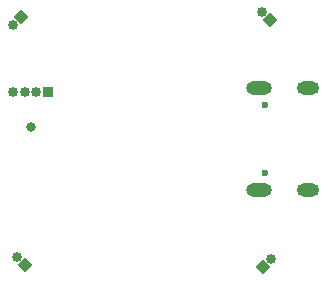
<source format=gbr>
%TF.GenerationSoftware,KiCad,Pcbnew,8.0.0*%
%TF.CreationDate,2024-05-16T17:25:02+03:00*%
%TF.ProjectId,pressure_sensor_logic,70726573-7375-4726-955f-73656e736f72,rev?*%
%TF.SameCoordinates,Original*%
%TF.FileFunction,Soldermask,Bot*%
%TF.FilePolarity,Negative*%
%FSLAX46Y46*%
G04 Gerber Fmt 4.6, Leading zero omitted, Abs format (unit mm)*
G04 Created by KiCad (PCBNEW 8.0.0) date 2024-05-16 17:25:02*
%MOMM*%
%LPD*%
G01*
G04 APERTURE LIST*
G04 Aperture macros list*
%AMHorizOval*
0 Thick line with rounded ends*
0 $1 width*
0 $2 $3 position (X,Y) of the first rounded end (center of the circle)*
0 $4 $5 position (X,Y) of the second rounded end (center of the circle)*
0 Add line between two ends*
20,1,$1,$2,$3,$4,$5,0*
0 Add two circle primitives to create the rounded ends*
1,1,$1,$2,$3*
1,1,$1,$4,$5*%
%AMRotRect*
0 Rectangle, with rotation*
0 The origin of the aperture is its center*
0 $1 length*
0 $2 width*
0 $3 Rotation angle, in degrees counterclockwise*
0 Add horizontal line*
21,1,$1,$2,0,0,$3*%
G04 Aperture macros list end*
%ADD10RotRect,0.850000X0.850000X225.000000*%
%ADD11HorizOval,0.850000X0.000000X0.000000X0.000000X0.000000X0*%
%ADD12R,0.850000X0.850000*%
%ADD13O,0.850000X0.850000*%
%ADD14C,0.800000*%
%ADD15RotRect,0.850000X0.850000X315.000000*%
%ADD16HorizOval,0.850000X0.000000X0.000000X0.000000X0.000000X0*%
%ADD17RotRect,0.850000X0.850000X135.000000*%
%ADD18HorizOval,0.850000X0.000000X0.000000X0.000000X0.000000X0*%
%ADD19C,0.600000*%
%ADD20O,2.204000X1.104000*%
%ADD21O,1.904000X1.104000*%
G04 APERTURE END LIST*
D10*
%TO.C,J2*%
X159825000Y-90725000D03*
D11*
X159117893Y-90017893D03*
%TD*%
D10*
%TO.C,J4*%
X180600000Y-70000000D03*
D11*
X179892893Y-69292893D03*
%TD*%
D12*
%TO.C,J3*%
X161800001Y-76075000D03*
D13*
X160800001Y-76075000D03*
X159800001Y-76075000D03*
X158800001Y-76075000D03*
%TD*%
D14*
%TO.C,SW2*%
X160325000Y-79000000D03*
%TD*%
D15*
%TO.C,J6*%
X159503554Y-69696445D03*
D16*
X158796447Y-70403552D03*
%TD*%
D17*
%TO.C,J5*%
X179942893Y-90907107D03*
D18*
X180650000Y-90200000D03*
%TD*%
D19*
%TO.C,J11*%
X180120001Y-82965000D03*
X180120001Y-77185000D03*
D20*
X179630001Y-84400000D03*
X179630002Y-75749999D03*
D21*
X183800001Y-84400000D03*
X183800001Y-75750000D03*
%TD*%
M02*

</source>
